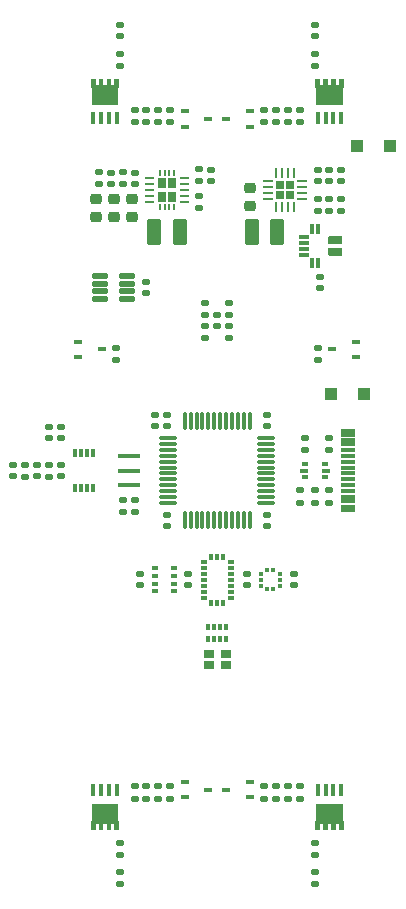
<source format=gbr>
%TF.GenerationSoftware,KiCad,Pcbnew,(5.99.0-7167-g34dbce6bce)*%
%TF.CreationDate,2021-01-04T09:35:53+03:00*%
%TF.ProjectId,ANV,414e562e-6b69-4636-9164-5f7063625858,rev?*%
%TF.SameCoordinates,Original*%
%TF.FileFunction,Paste,Top*%
%TF.FilePolarity,Positive*%
%FSLAX46Y46*%
G04 Gerber Fmt 4.6, Leading zero omitted, Abs format (unit mm)*
G04 Created by KiCad (PCBNEW (5.99.0-7167-g34dbce6bce)) date 2021-01-04 09:35:53*
%MOMM*%
%LPD*%
G01*
G04 APERTURE LIST*
G04 Aperture macros list*
%AMRoundRect*
0 Rectangle with rounded corners*
0 $1 Rounding radius*
0 $2 $3 $4 $5 $6 $7 $8 $9 X,Y pos of 4 corners*
0 Add a 4 corners polygon primitive as box body*
4,1,4,$2,$3,$4,$5,$6,$7,$8,$9,$2,$3,0*
0 Add four circle primitives for the rounded corners*
1,1,$1+$1,$2,$3,0*
1,1,$1+$1,$4,$5,0*
1,1,$1+$1,$6,$7,0*
1,1,$1+$1,$8,$9,0*
0 Add four rect primitives between the rounded corners*
20,1,$1+$1,$2,$3,$4,$5,0*
20,1,$1+$1,$4,$5,$6,$7,0*
20,1,$1+$1,$6,$7,$8,$9,0*
20,1,$1+$1,$8,$9,$2,$3,0*%
%AMRotRect*
0 Rectangle, with rotation*
0 The origin of the aperture is its center*
0 $1 length*
0 $2 width*
0 $3 Rotation angle, in degrees counterclockwise*
0 Add horizontal line*
21,1,$1,$2,0,0,$3*%
G04 Aperture macros list end*
%ADD10RoundRect,0.135000X0.185000X-0.135000X0.185000X0.135000X-0.185000X0.135000X-0.185000X-0.135000X0*%
%ADD11RoundRect,0.140000X0.170000X-0.140000X0.170000X0.140000X-0.170000X0.140000X-0.170000X-0.140000X0*%
%ADD12RoundRect,0.140000X-0.170000X0.140000X-0.170000X-0.140000X0.170000X-0.140000X0.170000X0.140000X0*%
%ADD13RoundRect,0.135000X-0.185000X0.135000X-0.185000X-0.135000X0.185000X-0.135000X0.185000X0.135000X0*%
%ADD14R,0.850000X0.650000*%
%ADD15R,0.700000X0.450000*%
%ADD16R,0.405000X0.990000*%
%ADD17R,0.300000X0.400000*%
%ADD18R,0.400000X0.300000*%
%ADD19RoundRect,0.147500X-0.172500X0.147500X-0.172500X-0.147500X0.172500X-0.147500X0.172500X0.147500X0*%
%ADD20RoundRect,0.147500X0.172500X-0.147500X0.172500X0.147500X-0.172500X0.147500X-0.172500X-0.147500X0*%
%ADD21R,0.580000X0.350000*%
%ADD22R,0.350000X0.480000*%
%ADD23R,0.230000X0.230000*%
%ADD24O,0.800000X0.230000*%
%ADD25R,0.230000X0.600000*%
%ADD26R,0.650000X0.900000*%
%ADD27R,0.150000X0.600000*%
%ADD28RoundRect,0.125000X0.537500X0.125000X-0.537500X0.125000X-0.537500X-0.125000X0.537500X-0.125000X0*%
%ADD29R,0.300000X0.750000*%
%ADD30R,1.900000X0.400000*%
%ADD31RoundRect,0.250000X0.375000X0.850000X-0.375000X0.850000X-0.375000X-0.850000X0.375000X-0.850000X0*%
%ADD32RoundRect,0.225000X0.250000X-0.225000X0.250000X0.225000X-0.250000X0.225000X-0.250000X-0.225000X0*%
%ADD33R,0.500000X0.375000*%
%ADD34R,0.650000X0.300000*%
%ADD35R,0.320000X0.500000*%
%ADD36RoundRect,0.182500X0.182500X-0.182500X0.182500X0.182500X-0.182500X0.182500X-0.182500X-0.182500X0*%
%ADD37RoundRect,0.062500X0.062500X-0.350000X0.062500X0.350000X-0.062500X0.350000X-0.062500X-0.350000X0*%
%ADD38RoundRect,0.062500X0.350000X-0.062500X0.350000X0.062500X-0.350000X0.062500X-0.350000X-0.062500X0*%
%ADD39RoundRect,0.225000X-0.250000X0.225000X-0.250000X-0.225000X0.250000X-0.225000X0.250000X0.225000X0*%
%ADD40R,0.500000X0.350000*%
%ADD41R,1.150000X0.300000*%
%ADD42R,1.100000X1.100000*%
%ADD43RoundRect,0.075000X-0.662500X-0.075000X0.662500X-0.075000X0.662500X0.075000X-0.662500X0.075000X0*%
%ADD44RoundRect,0.075000X-0.075000X-0.662500X0.075000X-0.662500X0.075000X0.662500X-0.075000X0.662500X0*%
%ADD45R,0.200000X0.600000*%
%ADD46RotRect,0.282800X0.282800X225.000000*%
%ADD47R,1.070000X0.800000*%
%ADD48R,0.300000X0.850000*%
%ADD49R,0.850000X0.300000*%
G04 APERTURE END LIST*
D10*
%TO.C,R4*%
X43700000Y-52510000D03*
X43700000Y-51490000D03*
%TD*%
%TO.C,R37*%
X41300000Y-56960000D03*
X41300000Y-55940000D03*
%TD*%
%TO.C,R33*%
X42500000Y-20010000D03*
X42500000Y-18990000D03*
%TD*%
%TO.C,R17*%
X41250000Y-82020000D03*
X41250000Y-81000000D03*
%TD*%
D11*
%TO.C,C6*%
X42800000Y-29730000D03*
X42800000Y-28770000D03*
%TD*%
D12*
%TO.C,C20*%
X40750000Y-63020000D03*
X40750000Y-63980000D03*
%TD*%
D11*
%TO.C,C4*%
X33750000Y-29730000D03*
X33750000Y-28770000D03*
%TD*%
D13*
%TO.C,R21*%
X40250000Y-81000000D03*
X40250000Y-82020000D03*
%TD*%
D14*
%TO.C,D8*%
X33525000Y-70675000D03*
X33525000Y-69825000D03*
X34975000Y-69825000D03*
X34975000Y-70675000D03*
%TD*%
D11*
%TO.C,C18*%
X30000000Y-58980000D03*
X30000000Y-58020000D03*
%TD*%
D15*
%TO.C,Q8*%
X22500000Y-43350000D03*
X22500000Y-44650000D03*
X24500000Y-44000000D03*
%TD*%
D16*
%TO.C,Q3*%
X25740000Y-81325000D03*
X25080000Y-81325000D03*
X24420000Y-81325000D03*
X23760000Y-81325000D03*
G36*
X25537499Y-84690000D02*
G01*
X25537499Y-84180000D01*
X25282499Y-84180000D01*
X25282499Y-84690000D01*
X24877499Y-84690000D01*
X24877499Y-84180000D01*
X24622500Y-84180000D01*
X24622500Y-84690000D01*
X24217500Y-84690000D01*
X24217500Y-84179999D01*
X23962500Y-84179999D01*
X23962500Y-84689999D01*
X23555000Y-84689999D01*
X23555000Y-83929999D01*
X23632500Y-83929999D01*
X23632501Y-82455000D01*
X25867500Y-82455001D01*
X25867500Y-83930000D01*
X25945000Y-83930000D01*
X25944999Y-84690000D01*
X25537499Y-84690000D01*
G37*
%TD*%
D17*
%TO.C,U7*%
X39000000Y-62700000D03*
X38500000Y-62700000D03*
D18*
X37950000Y-63000000D03*
X37950000Y-63500000D03*
X37950000Y-64000000D03*
D17*
X38500000Y-64300000D03*
X39000000Y-64300000D03*
D18*
X39550000Y-64000000D03*
X39550000Y-63500000D03*
X39550000Y-63000000D03*
%TD*%
D12*
%TO.C,C14*%
X29000000Y-49520000D03*
X29000000Y-50480000D03*
%TD*%
D13*
%TO.C,R28*%
X30250000Y-81000000D03*
X30250000Y-82020000D03*
%TD*%
D19*
%TO.C,D3*%
X26000000Y-16515000D03*
X26000000Y-17485000D03*
%TD*%
D10*
%TO.C,R31*%
X25700000Y-44860000D03*
X25700000Y-43840000D03*
%TD*%
D11*
%TO.C,C7*%
X27250000Y-29980000D03*
X27250000Y-29020000D03*
%TD*%
D10*
%TO.C,R40*%
X44750000Y-32260000D03*
X44750000Y-31240000D03*
%TD*%
D12*
%TO.C,C1*%
X42950000Y-37870000D03*
X42950000Y-38830000D03*
%TD*%
D13*
%TO.C,R29*%
X38250000Y-81000000D03*
X38250000Y-82020000D03*
%TD*%
D20*
%TO.C,D2*%
X19000000Y-54735000D03*
X19000000Y-53765000D03*
%TD*%
D10*
%TO.C,R24*%
X29250000Y-82020000D03*
X29250000Y-81000000D03*
%TD*%
D21*
%TO.C,U9*%
X33090000Y-65000000D03*
X33090000Y-64500000D03*
X33090000Y-64000000D03*
X33090000Y-63500000D03*
X33090000Y-63000000D03*
X33090000Y-62500000D03*
X33090000Y-62000000D03*
D22*
X33750000Y-61540000D03*
X34250000Y-61540000D03*
X34750000Y-61540000D03*
D21*
X35410000Y-62000000D03*
X35410000Y-62500000D03*
X35410000Y-63000000D03*
X35410000Y-63500000D03*
X35410000Y-64000000D03*
X35410000Y-64500000D03*
X35410000Y-65000000D03*
D22*
X34750000Y-65460000D03*
X34250000Y-65460000D03*
X33750000Y-65460000D03*
%TD*%
D23*
%TO.C,U4*%
X31760000Y-31500000D03*
D24*
X31475000Y-31500000D03*
X31475000Y-31000000D03*
D23*
X31760000Y-31000000D03*
D24*
X31475000Y-30500000D03*
D23*
X31760000Y-30500000D03*
X31760000Y-30000000D03*
D24*
X31475000Y-30000000D03*
X31475000Y-29500000D03*
D23*
X31760000Y-29500000D03*
X28240000Y-29500000D03*
D24*
X28525000Y-29500000D03*
X28525000Y-30000000D03*
D23*
X28240000Y-30000000D03*
D24*
X28525000Y-30500000D03*
D23*
X28240000Y-30500000D03*
X28240000Y-31000000D03*
D24*
X28525000Y-31000000D03*
D23*
X28240000Y-31500000D03*
D24*
X28525000Y-31500000D03*
D25*
X30200000Y-29075000D03*
D26*
X30435000Y-31060000D03*
D27*
X29400000Y-31925000D03*
D26*
X30435000Y-29940000D03*
D27*
X29800000Y-31925000D03*
D25*
X29800000Y-29075000D03*
X29400000Y-31925000D03*
D26*
X29565000Y-31060000D03*
D27*
X30600000Y-29075000D03*
X30600000Y-31925000D03*
X30200000Y-31925000D03*
D25*
X29800000Y-31925000D03*
D27*
X29800000Y-29075000D03*
D25*
X30200000Y-31925000D03*
X30600000Y-29075000D03*
X30600000Y-31925000D03*
D27*
X29400000Y-29075000D03*
D25*
X29400000Y-29075000D03*
D27*
X30200000Y-29075000D03*
D26*
X29565000Y-29940000D03*
%TD*%
D13*
%TO.C,R3*%
X43700000Y-55940000D03*
X43700000Y-56960000D03*
%TD*%
D12*
%TO.C,C16*%
X38500000Y-49520000D03*
X38500000Y-50480000D03*
%TD*%
D10*
%TO.C,R12*%
X26250000Y-57760000D03*
X26250000Y-56740000D03*
%TD*%
D12*
%TO.C,C3*%
X44750000Y-28770000D03*
X44750000Y-29730000D03*
%TD*%
D15*
%TO.C,Q10*%
X37000000Y-81910000D03*
X37000000Y-80610000D03*
X35000000Y-81260000D03*
%TD*%
D13*
%TO.C,R14*%
X27250000Y-23740000D03*
X27250000Y-24760000D03*
%TD*%
%TO.C,R16*%
X27250000Y-81000000D03*
X27250000Y-82020000D03*
%TD*%
D10*
%TO.C,R18*%
X28250000Y-24760000D03*
X28250000Y-23740000D03*
%TD*%
D11*
%TO.C,C19*%
X21000000Y-54730000D03*
X21000000Y-53770000D03*
%TD*%
D13*
%TO.C,R9*%
X24250000Y-28990000D03*
X24250000Y-30010000D03*
%TD*%
D28*
%TO.C,U11*%
X26637500Y-39725000D03*
X26637500Y-39075000D03*
X26637500Y-38425000D03*
X26637500Y-37775000D03*
X24362500Y-37775000D03*
X24362500Y-38425000D03*
X24362500Y-39075000D03*
X24362500Y-39725000D03*
%TD*%
D15*
%TO.C,Q6*%
X37000000Y-25150000D03*
X37000000Y-23850000D03*
X35000000Y-24500000D03*
%TD*%
D29*
%TO.C,U6*%
X22250000Y-55700000D03*
X22750000Y-55700000D03*
X23250000Y-55700000D03*
X23750000Y-55700000D03*
X23750000Y-52800000D03*
X23250000Y-52800000D03*
X22750000Y-52800000D03*
X22250000Y-52800000D03*
%TD*%
D15*
%TO.C,Q9*%
X31500000Y-80610000D03*
X31500000Y-81910000D03*
X33500000Y-81260000D03*
%TD*%
D12*
%TO.C,C24*%
X36750000Y-63020000D03*
X36750000Y-63980000D03*
%TD*%
D16*
%TO.C,Q2*%
X42760000Y-24435000D03*
X43420000Y-24435000D03*
X44080000Y-24435000D03*
X44740000Y-24435000D03*
G36*
X42962501Y-21070000D02*
G01*
X42962500Y-21580000D01*
X43217500Y-21580000D01*
X43217501Y-21070000D01*
X43622501Y-21070000D01*
X43622501Y-21580000D01*
X43877500Y-21580000D01*
X43877500Y-21070000D01*
X44282500Y-21070000D01*
X44282500Y-21580000D01*
X44537500Y-21580000D01*
X44537500Y-21070000D01*
X44945000Y-21070000D01*
X44945000Y-21830001D01*
X44867500Y-21830001D01*
X44867500Y-23305000D01*
X42632500Y-23304999D01*
X42632500Y-21830000D01*
X42555000Y-21830000D01*
X42555000Y-21070000D01*
X42962501Y-21070000D01*
G37*
%TD*%
D30*
%TO.C,Y1*%
X26750000Y-53050000D03*
X26750000Y-54250000D03*
X26750000Y-55450000D03*
%TD*%
D10*
%TO.C,R27*%
X38250000Y-24760000D03*
X38250000Y-23740000D03*
%TD*%
%TO.C,R1*%
X35250000Y-43010000D03*
X35250000Y-41990000D03*
%TD*%
D31*
%TO.C,L2*%
X39325000Y-34050000D03*
X37175000Y-34050000D03*
%TD*%
D32*
%TO.C,C10*%
X37050000Y-31875000D03*
X37050000Y-30325000D03*
%TD*%
D33*
%TO.C,U2*%
X43350000Y-54787500D03*
D34*
X43425000Y-54250000D03*
D33*
X43350000Y-53712500D03*
X41650000Y-53712500D03*
D34*
X41575000Y-54250000D03*
D33*
X41650000Y-54787500D03*
%TD*%
D35*
%TO.C,RN1*%
X35000000Y-67500000D03*
X34500000Y-67500000D03*
X34000000Y-67500000D03*
X33500000Y-67500000D03*
X33500000Y-68500000D03*
X34000000Y-68500000D03*
X34500000Y-68500000D03*
X35000000Y-68500000D03*
%TD*%
D13*
%TO.C,R8*%
X41650000Y-51490000D03*
X41650000Y-52510000D03*
%TD*%
D11*
%TO.C,C26*%
X20000000Y-51530000D03*
X20000000Y-50570000D03*
%TD*%
D12*
%TO.C,C2*%
X43750000Y-28770000D03*
X43750000Y-29730000D03*
%TD*%
D36*
%TO.C,U3*%
X39580000Y-30080000D03*
X39580000Y-30920000D03*
X40420000Y-30920000D03*
X40420000Y-30080000D03*
D37*
X39250000Y-31962500D03*
X39750000Y-31962500D03*
X40250000Y-31962500D03*
X40750000Y-31962500D03*
D38*
X41462500Y-31250000D03*
X41462500Y-30750000D03*
X41462500Y-30250000D03*
X41462500Y-29750000D03*
D37*
X40750000Y-29037500D03*
X40250000Y-29037500D03*
X39750000Y-29037500D03*
X39250000Y-29037500D03*
D38*
X38537500Y-29750000D03*
X38537500Y-30250000D03*
X38537500Y-30750000D03*
X38537500Y-31250000D03*
%TD*%
D10*
%TO.C,R38*%
X42500000Y-56960000D03*
X42500000Y-55940000D03*
%TD*%
D11*
%TO.C,C15*%
X38500000Y-58980000D03*
X38500000Y-58020000D03*
%TD*%
D39*
%TO.C,C9*%
X27000000Y-31225000D03*
X27000000Y-32775000D03*
%TD*%
D10*
%TO.C,R10*%
X26250000Y-30010000D03*
X26250000Y-28990000D03*
%TD*%
D31*
%TO.C,L1*%
X31075000Y-34050000D03*
X28925000Y-34050000D03*
%TD*%
D13*
%TO.C,R35*%
X42500000Y-85750000D03*
X42500000Y-86770000D03*
%TD*%
D11*
%TO.C,C27*%
X21000000Y-51530000D03*
X21000000Y-50570000D03*
%TD*%
D40*
%TO.C,U8*%
X30550000Y-62525000D03*
X30550000Y-63175000D03*
X30550000Y-63825000D03*
X30550000Y-64475000D03*
X28950000Y-64475000D03*
X28950000Y-63825000D03*
X28950000Y-63175000D03*
X28950000Y-62525000D03*
%TD*%
D13*
%TO.C,R39*%
X32750000Y-28740000D03*
X32750000Y-29760000D03*
%TD*%
D11*
%TO.C,C25*%
X28250000Y-39230000D03*
X28250000Y-38270000D03*
%TD*%
D13*
%TO.C,R11*%
X42750000Y-31240000D03*
X42750000Y-32260000D03*
%TD*%
D19*
%TO.C,D7*%
X34250000Y-41065000D03*
X34250000Y-42035000D03*
%TD*%
D12*
%TO.C,C5*%
X32750000Y-31020000D03*
X32750000Y-31980000D03*
%TD*%
D13*
%TO.C,R41*%
X43750000Y-31240000D03*
X43750000Y-32260000D03*
%TD*%
D16*
%TO.C,Q1*%
X23760000Y-24435000D03*
X24420000Y-24435000D03*
X25080000Y-24435000D03*
X25740000Y-24435000D03*
G36*
X23962501Y-21070000D02*
G01*
X23962500Y-21580000D01*
X24217500Y-21580000D01*
X24217501Y-21070000D01*
X24622501Y-21070000D01*
X24622501Y-21580000D01*
X24877500Y-21580000D01*
X24877500Y-21070000D01*
X25282500Y-21070000D01*
X25282500Y-21580000D01*
X25537500Y-21580000D01*
X25537500Y-21070000D01*
X25945000Y-21070000D01*
X25945000Y-21830001D01*
X25867500Y-21830001D01*
X25867500Y-23305000D01*
X23632500Y-23304999D01*
X23632500Y-21830000D01*
X23555000Y-21830000D01*
X23555000Y-21070000D01*
X23962501Y-21070000D01*
G37*
%TD*%
D39*
%TO.C,C12*%
X24000000Y-31225000D03*
X24000000Y-32775000D03*
%TD*%
D13*
%TO.C,R36*%
X35249999Y-40090000D03*
X35249999Y-41110000D03*
%TD*%
%TO.C,R34*%
X26000000Y-85750000D03*
X26000000Y-86770000D03*
%TD*%
D11*
%TO.C,C8*%
X25250000Y-29980000D03*
X25250000Y-29020000D03*
%TD*%
D10*
%TO.C,R32*%
X26000000Y-20010000D03*
X26000000Y-18990000D03*
%TD*%
D12*
%TO.C,C23*%
X31750000Y-63020000D03*
X31750000Y-63980000D03*
%TD*%
D20*
%TO.C,D10*%
X17000000Y-54735000D03*
X17000000Y-53765000D03*
%TD*%
D12*
%TO.C,C17*%
X30000000Y-49520000D03*
X30000000Y-50480000D03*
%TD*%
D41*
%TO.C,J4*%
X45330000Y-57600000D03*
X45330000Y-56800000D03*
X45330000Y-55500000D03*
X45330000Y-54500000D03*
X45330000Y-54000000D03*
X45330000Y-53000000D03*
X45330000Y-51700000D03*
X45330000Y-50900000D03*
X45330000Y-51200000D03*
X45330000Y-52000000D03*
X45330000Y-52500000D03*
X45330000Y-53500000D03*
X45330000Y-55000000D03*
X45330000Y-56000000D03*
X45330000Y-56500000D03*
X45330000Y-57300000D03*
%TD*%
D11*
%TO.C,C13*%
X27250000Y-57730000D03*
X27250000Y-56770000D03*
%TD*%
D39*
%TO.C,C11*%
X25500000Y-31225000D03*
X25500000Y-32775000D03*
%TD*%
D42*
%TO.C,D9*%
X46100000Y-26750000D03*
X48900000Y-26750000D03*
%TD*%
D43*
%TO.C,U5*%
X30087500Y-51500000D03*
X30087500Y-52000000D03*
X30087500Y-52500000D03*
X30087500Y-53000000D03*
X30087500Y-53500000D03*
X30087500Y-54000000D03*
X30087500Y-54500000D03*
X30087500Y-55000000D03*
X30087500Y-55500000D03*
X30087500Y-56000000D03*
X30087500Y-56500000D03*
X30087500Y-57000000D03*
D44*
X31500000Y-58412500D03*
X32000000Y-58412500D03*
X32500000Y-58412500D03*
X33000000Y-58412500D03*
X33500000Y-58412500D03*
X34000000Y-58412500D03*
X34500000Y-58412500D03*
X35000000Y-58412500D03*
X35500000Y-58412500D03*
X36000000Y-58412500D03*
X36500000Y-58412500D03*
X37000000Y-58412500D03*
D43*
X38412500Y-57000000D03*
X38412500Y-56500000D03*
X38412500Y-56000000D03*
X38412500Y-55500000D03*
X38412500Y-55000000D03*
X38412500Y-54500000D03*
X38412500Y-54000000D03*
X38412500Y-53500000D03*
X38412500Y-53000000D03*
X38412500Y-52500000D03*
X38412500Y-52000000D03*
X38412500Y-51500000D03*
D44*
X37000000Y-50087500D03*
X36500000Y-50087500D03*
X36000000Y-50087500D03*
X35500000Y-50087500D03*
X35000000Y-50087500D03*
X34500000Y-50087500D03*
X34000000Y-50087500D03*
X33500000Y-50087500D03*
X33000000Y-50087500D03*
X32500000Y-50087500D03*
X32000000Y-50087500D03*
X31500000Y-50087500D03*
%TD*%
D13*
%TO.C,R20*%
X28250000Y-81000000D03*
X28250000Y-82020000D03*
%TD*%
D10*
%TO.C,R13*%
X20000000Y-54760000D03*
X20000000Y-53740000D03*
%TD*%
D13*
%TO.C,R23*%
X39250000Y-23740000D03*
X39250000Y-24760000D03*
%TD*%
D16*
%TO.C,Q4*%
X44740000Y-81325000D03*
X44080000Y-81325000D03*
X43420000Y-81325000D03*
X42760000Y-81325000D03*
G36*
X44537499Y-84690000D02*
G01*
X44537499Y-84180000D01*
X44282499Y-84180000D01*
X44282499Y-84690000D01*
X43877499Y-84690000D01*
X43877499Y-84180000D01*
X43622500Y-84180000D01*
X43622500Y-84690000D01*
X43217500Y-84690000D01*
X43217500Y-84179999D01*
X42962500Y-84179999D01*
X42962500Y-84689999D01*
X42555000Y-84689999D01*
X42555000Y-83929999D01*
X42632500Y-83929999D01*
X42632501Y-82455000D01*
X44867500Y-82455001D01*
X44867500Y-83930000D01*
X44945000Y-83930000D01*
X44944999Y-84690000D01*
X44537499Y-84690000D01*
G37*
%TD*%
D13*
%TO.C,R22*%
X29250000Y-23740000D03*
X29250000Y-24760000D03*
%TD*%
D45*
%TO.C,U1*%
X43685000Y-35650000D03*
D46*
X43785000Y-35950000D03*
D47*
X44320000Y-35750000D03*
D45*
X43685000Y-34850000D03*
D47*
X44320000Y-34750000D03*
D46*
X43785000Y-34550000D03*
D48*
X42770000Y-33800000D03*
X42270000Y-33800000D03*
D49*
X41570000Y-34500000D03*
X41570000Y-35000000D03*
X41570000Y-35500000D03*
X41570000Y-36000000D03*
D48*
X42270000Y-36700000D03*
X42770000Y-36700000D03*
%TD*%
D20*
%TO.C,D6*%
X42500000Y-89245000D03*
X42500000Y-88275000D03*
%TD*%
D10*
%TO.C,R15*%
X41250000Y-24750000D03*
X41250000Y-23730000D03*
%TD*%
%TO.C,R7*%
X33249999Y-41110000D03*
X33249999Y-40090000D03*
%TD*%
D13*
%TO.C,R45*%
X18000000Y-53740000D03*
X18000000Y-54760000D03*
%TD*%
D42*
%TO.C,D1*%
X43900000Y-47750000D03*
X46700000Y-47750000D03*
%TD*%
D10*
%TO.C,R25*%
X39250000Y-82020000D03*
X39250000Y-81000000D03*
%TD*%
D20*
%TO.C,D5*%
X26000000Y-89245000D03*
X26000000Y-88275000D03*
%TD*%
D11*
%TO.C,C21*%
X27750000Y-63980000D03*
X27750000Y-63020000D03*
%TD*%
D13*
%TO.C,R2*%
X33250000Y-41990000D03*
X33250000Y-43010000D03*
%TD*%
D10*
%TO.C,R26*%
X30250000Y-24760000D03*
X30250000Y-23740000D03*
%TD*%
D19*
%TO.C,D4*%
X42500000Y-16515000D03*
X42500000Y-17485000D03*
%TD*%
D15*
%TO.C,Q5*%
X31500000Y-23850000D03*
X31500000Y-25150000D03*
X33500000Y-24500000D03*
%TD*%
D10*
%TO.C,R30*%
X42800000Y-44860000D03*
X42800000Y-43840000D03*
%TD*%
%TO.C,R19*%
X40250000Y-24760000D03*
X40250000Y-23740000D03*
%TD*%
D15*
%TO.C,Q7*%
X46000000Y-44650000D03*
X46000000Y-43350000D03*
X44000000Y-44000000D03*
%TD*%
M02*

</source>
